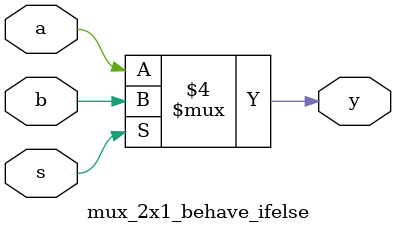
<source format=v>
module mux_2x1_behave_ifelse(a,b,s,y);
    input a,b,s;
    output y;
    reg y;
    always @ (a,b,s)
    if (s==0)
    y= a;
    else
    y= b;
endmodule
</source>
